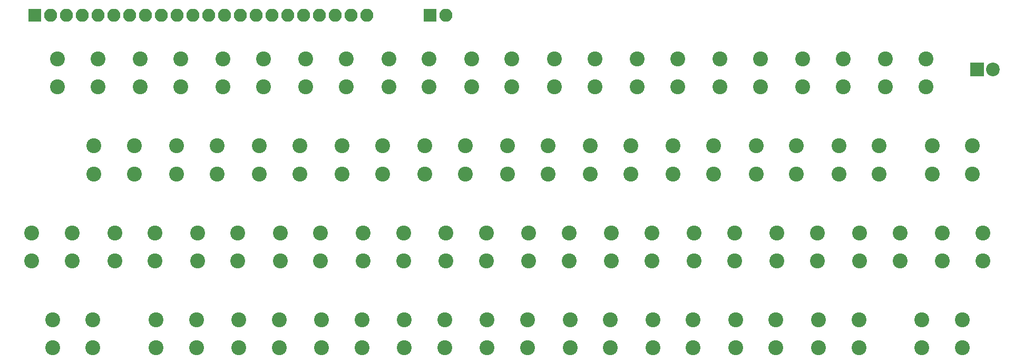
<source format=gbr>
G04 #@! TF.FileFunction,Soldermask,Bot*
%FSLAX46Y46*%
G04 Gerber Fmt 4.6, Leading zero omitted, Abs format (unit mm)*
G04 Created by KiCad (PCBNEW 4.0.1-stable) date 19.05.2019 22:52:57*
%MOMM*%
G01*
G04 APERTURE LIST*
%ADD10C,0.100000*%
%ADD11C,2.400000*%
%ADD12R,2.100000X2.100000*%
%ADD13O,2.100000X2.100000*%
%ADD14R,2.200000X2.200000*%
%ADD15C,2.200000*%
G04 APERTURE END LIST*
D10*
D11*
X202020000Y-88500000D03*
X202020000Y-84000000D03*
X208520000Y-88500000D03*
X208520000Y-84000000D03*
X188720000Y-88500000D03*
X188720000Y-84000000D03*
X195220000Y-88500000D03*
X195220000Y-84000000D03*
X221970000Y-74500000D03*
X221970000Y-70000000D03*
X228470000Y-74500000D03*
X228470000Y-70000000D03*
X186200000Y-46500000D03*
X186200000Y-42000000D03*
X192700000Y-46500000D03*
X192700000Y-42000000D03*
X146300000Y-46500000D03*
X146300000Y-42000000D03*
X152800000Y-46500000D03*
X152800000Y-42000000D03*
X106400000Y-46500000D03*
X106400000Y-42000000D03*
X112900000Y-46500000D03*
X112900000Y-42000000D03*
X239400000Y-46500000D03*
X239400000Y-42000000D03*
X245900000Y-46500000D03*
X245900000Y-42000000D03*
X215320000Y-88500000D03*
X215320000Y-84000000D03*
X221820000Y-88500000D03*
X221820000Y-84000000D03*
X199500000Y-46500000D03*
X199500000Y-42000000D03*
X206000000Y-46500000D03*
X206000000Y-42000000D03*
X159600000Y-46500000D03*
X159600000Y-42000000D03*
X166100000Y-46500000D03*
X166100000Y-42000000D03*
X119700000Y-46500000D03*
X119700000Y-42000000D03*
X126200000Y-46500000D03*
X126200000Y-42000000D03*
X226100000Y-46500000D03*
X226100000Y-42000000D03*
X232600000Y-46500000D03*
X232600000Y-42000000D03*
X228620000Y-88500000D03*
X228620000Y-84000000D03*
X235120000Y-88500000D03*
X235120000Y-84000000D03*
X212800000Y-46500000D03*
X212800000Y-42000000D03*
X219300000Y-46500000D03*
X219300000Y-42000000D03*
X172900000Y-46500000D03*
X172900000Y-42000000D03*
X179400000Y-46500000D03*
X179400000Y-42000000D03*
X133000000Y-46500000D03*
X133000000Y-42000000D03*
X139500000Y-46500000D03*
X139500000Y-42000000D03*
X115570000Y-74500000D03*
X115570000Y-70000000D03*
X122070000Y-74500000D03*
X122070000Y-70000000D03*
X155470000Y-74500000D03*
X155470000Y-70000000D03*
X161970000Y-74500000D03*
X161970000Y-70000000D03*
X208670000Y-74500000D03*
X208670000Y-70000000D03*
X215170000Y-74500000D03*
X215170000Y-70000000D03*
X231910000Y-60500000D03*
X231910000Y-56000000D03*
X238410000Y-60500000D03*
X238410000Y-56000000D03*
X192010000Y-60500000D03*
X192010000Y-56000000D03*
X198510000Y-60500000D03*
X198510000Y-56000000D03*
X122220000Y-88500000D03*
X122220000Y-84000000D03*
X128720000Y-88500000D03*
X128720000Y-84000000D03*
X175420000Y-88500000D03*
X175420000Y-84000000D03*
X181920000Y-88500000D03*
X181920000Y-84000000D03*
X168770000Y-74500000D03*
X168770000Y-70000000D03*
X175270000Y-74500000D03*
X175270000Y-70000000D03*
X112210000Y-60500000D03*
X112210000Y-56000000D03*
X118710000Y-60500000D03*
X118710000Y-56000000D03*
X162120000Y-88500000D03*
X162120000Y-84000000D03*
X168620000Y-88500000D03*
X168620000Y-84000000D03*
X245245000Y-88500000D03*
X245245000Y-84000000D03*
X251745000Y-88500000D03*
X251745000Y-84000000D03*
X235270000Y-74500000D03*
X235270000Y-70000000D03*
X241770000Y-74500000D03*
X241770000Y-70000000D03*
X148820000Y-88500000D03*
X148820000Y-84000000D03*
X155320000Y-88500000D03*
X155320000Y-84000000D03*
X182070000Y-74500000D03*
X182070000Y-70000000D03*
X188570000Y-74500000D03*
X188570000Y-70000000D03*
X152110000Y-60500000D03*
X152110000Y-56000000D03*
X158610000Y-60500000D03*
X158610000Y-56000000D03*
X125510000Y-60500000D03*
X125510000Y-56000000D03*
X132010000Y-60500000D03*
X132010000Y-56000000D03*
X248570000Y-74500000D03*
X248570000Y-70000000D03*
X255070000Y-74500000D03*
X255070000Y-70000000D03*
X142170000Y-74500000D03*
X142170000Y-70000000D03*
X148670000Y-74500000D03*
X148670000Y-70000000D03*
X205310000Y-60500000D03*
X205310000Y-56000000D03*
X211810000Y-60500000D03*
X211810000Y-56000000D03*
X128870000Y-74500000D03*
X128870000Y-70000000D03*
X135370000Y-74500000D03*
X135370000Y-70000000D03*
X135520000Y-88500000D03*
X135520000Y-84000000D03*
X142020000Y-88500000D03*
X142020000Y-84000000D03*
X102270000Y-74500000D03*
X102270000Y-70000000D03*
X108770000Y-74500000D03*
X108770000Y-70000000D03*
X105595000Y-88500000D03*
X105595000Y-84000000D03*
X112095000Y-88500000D03*
X112095000Y-84000000D03*
X138810000Y-60500000D03*
X138810000Y-56000000D03*
X145310000Y-60500000D03*
X145310000Y-56000000D03*
X195370000Y-74500000D03*
X195370000Y-70000000D03*
X201870000Y-74500000D03*
X201870000Y-70000000D03*
X218610000Y-60500000D03*
X218610000Y-56000000D03*
X225110000Y-60500000D03*
X225110000Y-56000000D03*
X165410000Y-60500000D03*
X165410000Y-56000000D03*
X171910000Y-60500000D03*
X171910000Y-56000000D03*
X178710000Y-60500000D03*
X178710000Y-56000000D03*
X185210000Y-60500000D03*
X185210000Y-56000000D03*
X246890000Y-60500000D03*
X246890000Y-56000000D03*
X253390000Y-60500000D03*
X253390000Y-56000000D03*
D12*
X102740000Y-34925000D03*
D13*
X105280000Y-34925000D03*
X107820000Y-34925000D03*
X110360000Y-34925000D03*
X112900000Y-34925000D03*
X115440000Y-34925000D03*
X117980000Y-34925000D03*
X120520000Y-34925000D03*
X123060000Y-34925000D03*
X125600000Y-34925000D03*
X128140000Y-34925000D03*
X130680000Y-34925000D03*
X133220000Y-34925000D03*
X135760000Y-34925000D03*
X138300000Y-34925000D03*
X140840000Y-34925000D03*
X143380000Y-34925000D03*
X145920000Y-34925000D03*
X148460000Y-34925000D03*
X151000000Y-34925000D03*
X153540000Y-34925000D03*
X156080000Y-34925000D03*
D14*
X254124000Y-43688000D03*
D15*
X256664000Y-43688000D03*
D12*
X166240000Y-34925000D03*
D13*
X168780000Y-34925000D03*
M02*

</source>
